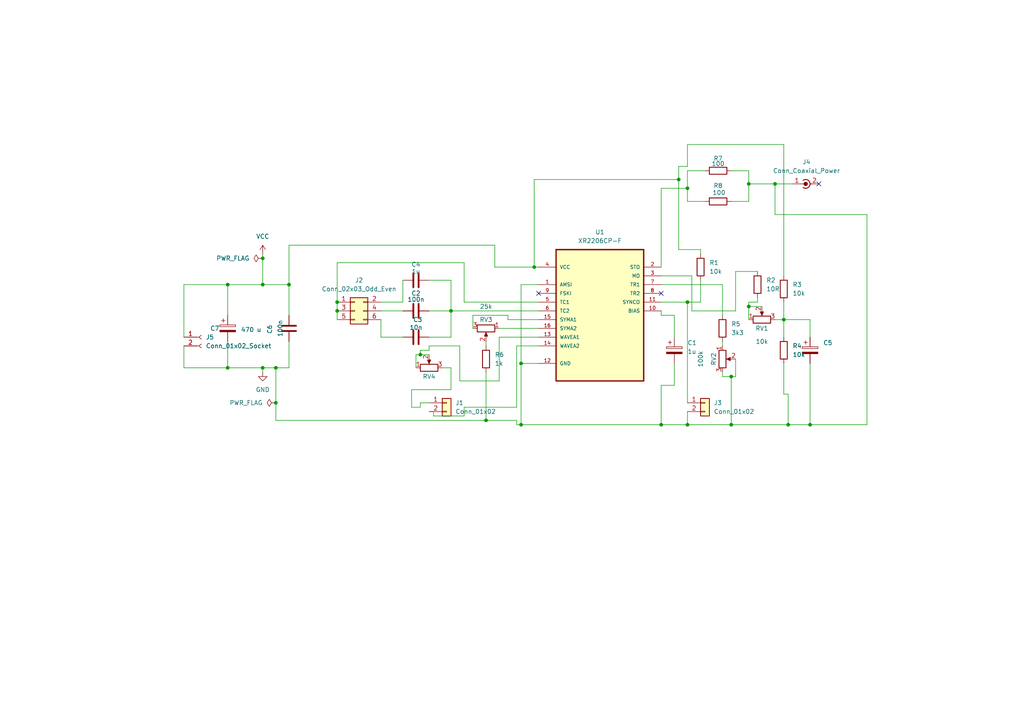
<source format=kicad_sch>
(kicad_sch (version 20231120) (generator "eeschema") (generator_version "8.0")
  (paper "A4")
  (lib_symbols
    (symbol "Connector:Conn_01x02_Socket" (pin_names (offset 1.016) hide)
      (property "Reference" "J" (at 0 2.54 0))
      (property "Value" "Conn_01x02_Socket" (at 0 -5.08 0))
      (symbol "Conn_01x02_Socket_1_1"
        (arc (start 0 -2.032) (mid -0.5058 -2.54) (end 0 -3.048) (stroke (width 0.1524)))
        (polyline (pts (xy -1.27 -2.54) (xy -0.508 -2.54)) (stroke (width 0.1524)))
        (polyline (pts (xy -1.27 0) (xy -0.508 0)) (stroke (width 0.1524)))
        (arc (start 0 0.508) (mid -0.5058 0) (end 0 -0.508) (stroke (width 0.1524)))
        (pin passive line (at -5.08 0 0) (length 3.81) (name "Pin_1") (number "1"))
        (pin passive line (at -5.08 -2.54 0) (length 3.81) (name "Pin_2") (number "2"))
      )
    )
    (symbol "Connector:Conn_Coaxial_Power" (pin_names (offset 1.016) hide)
      (property "Reference" "J" (at -5.08 -1.27 90))
      (property "Value" "Conn_Coaxial_Power" (at -3.175 -1.27 90))
      (symbol "Conn_Coaxial_Power_0_1"
        (arc (start -1.27 -1.27) (mid 0 -2.5345) (end 1.27 -1.27) (stroke (width 0.254)))
        (arc (start -1.016 -0.508) (mid -1.2048 -0.8684) (end -1.27 -1.27) (stroke (width 0.254)))
        (circle (center 0 -1.27) (radius 0.508) (stroke (width 0.2032)) (fill (type outline)))
        (polyline (pts (xy 0 -2.54) (xy 0 -3.048)))
        (polyline (pts (xy 0 0) (xy 0 -1.27)))
        (arc (start 1.27 -1.27) (mid 1.2048 -0.8684) (end 1.016 -0.508) (stroke (width 0.254)))
      )
      (symbol "Conn_Coaxial_Power_1_1"
        (pin passive line (at 0 2.54 270) (length 2.54) (name "In") (number "1"))
        (pin passive line (at 0 -5.08 90) (length 2.54) (name "Ext") (number "2"))
      )
    )
    (symbol "Connector_Generic:Conn_01x02" (pin_names (offset 1.016) hide)
      (property "Reference" "J" (at 0 2.54 0))
      (property "Value" "Conn_01x02" (at 0 -5.08 0))
      (symbol "Conn_01x02_1_1"
        (rectangle (start -1.27 -2.413) (end 0 -2.667) (stroke (width 0.1524)))
        (rectangle (start -1.27 0.127) (end 0 -0.127) (stroke (width 0.1524)))
        (rectangle (start -1.27 1.27) (end 1.27 -3.81) (stroke (width 0.254)) (fill (type background)))
        (pin passive line (at -5.08 0 0) (length 3.81) (name "Pin_1") (number "1"))
        (pin passive line (at -5.08 -2.54 0) (length 3.81) (name "Pin_2") (number "2"))
      )
    )
    (symbol "Connector_Generic:Conn_02x03_Odd_Even" (pin_names (offset 1.016) hide)
      (property "Reference" "J" (at 1.27 5.08 0))
      (property "Value" "Conn_02x03_Odd_Even" (at 1.27 -5.08 0))
      (symbol "Conn_02x03_Odd_Even_1_1"
        (rectangle (start -1.27 -2.413) (end 0 -2.667) (stroke (width 0.1524)))
        (rectangle (start -1.27 0.127) (end 0 -0.127) (stroke (width 0.1524)))
        (rectangle (start -1.27 2.667) (end 0 2.413) (stroke (width 0.1524)))
        (rectangle (start -1.27 3.81) (end 3.81 -3.81) (stroke (width 0.254)) (fill (type background)))
        (rectangle (start 3.81 -2.413) (end 2.54 -2.667) (stroke (width 0.1524)))
        (rectangle (start 3.81 0.127) (end 2.54 -0.127) (stroke (width 0.1524)))
        (rectangle (start 3.81 2.667) (end 2.54 2.413) (stroke (width 0.1524)))
        (pin passive line (at -5.08 2.54 0) (length 3.81) (name "Pin_1") (number "1"))
        (pin passive line (at 7.62 2.54 180) (length 3.81) (name "Pin_2") (number "2"))
        (pin passive line (at -5.08 0 0) (length 3.81) (name "Pin_3") (number "3"))
        (pin passive line (at 7.62 0 180) (length 3.81) (name "Pin_4") (number "4"))
        (pin passive line (at -5.08 -2.54 0) (length 3.81) (name "Pin_5") (number "5"))
        (pin passive line (at 7.62 -2.54 180) (length 3.81) (name "Pin_6") (number "6"))
      )
    )
    (symbol "Device:C" (pin_numbers hide) (pin_names (offset 0.254))
      (property "Reference" "C" (at 0.635 2.54 0))
      (property "Value" "C" (at 0.635 -2.54 0))
      (symbol "C_0_1"
        (polyline (pts (xy -2.032 -0.762) (xy 2.032 -0.762)) (stroke (width 0.508)))
        (polyline (pts (xy -2.032 0.762) (xy 2.032 0.762)) (stroke (width 0.508)))
      )
      (symbol "C_1_1"
        (pin passive line (at 0 3.81 270) (length 2.794) (name "~") (number "1"))
        (pin passive line (at 0 -3.81 90) (length 2.794) (name "~") (number "2"))
      )
    )
    (symbol "Device:C_Polarized" (pin_numbers hide) (pin_names (offset 0.254))
      (property "Reference" "C" (at 0.635 2.54 0))
      (property "Value" "C_Polarized" (at 0.635 -2.54 0))
      (symbol "C_Polarized_0_1"
        (rectangle (start -2.286 0.508) (end 2.286 1.016))
        (polyline (pts (xy -1.778 2.286) (xy -0.762 2.286)))
        (polyline (pts (xy -1.27 2.794) (xy -1.27 1.778)))
        (rectangle (start 2.286 -0.508) (end -2.286 -1.016) (fill (type outline)))
      )
      (symbol "C_Polarized_1_1"
        (pin passive line (at 0 3.81 270) (length 2.794) (name "~") (number "1"))
        (pin passive line (at 0 -3.81 90) (length 2.794) (name "~") (number "2"))
      )
    )
    (symbol "Device:R" (pin_numbers hide) (pin_names (offset 0))
      (property "Reference" "R" (at 2.032 0 90))
      (property "Value" "R" (at 0 0 90))
      (symbol "R_0_1"
        (rectangle (start -1.016 -2.54) (end 1.016 2.54) (stroke (width 0.254)))
      )
      (symbol "R_1_1"
        (pin passive line (at 0 3.81 270) (length 1.27) (name "~") (number "1"))
        (pin passive line (at 0 -3.81 90) (length 1.27) (name "~") (number "2"))
      )
    )
    (symbol "Device:R_Potentiometer" (pin_names (offset 1.016) hide)
      (property "Reference" "RV" (at -4.445 0 90))
      (property "Value" "R_Potentiometer" (at -2.54 0 90))
      (symbol "R_Potentiometer_0_1"
        (polyline (pts (xy 2.54 0) (xy 1.524 0)))
        (polyline (pts (xy 1.143 0) (xy 2.286 0.508) (xy 2.286 -0.508) (xy 1.143 0)) (fill (type outline)))
        (rectangle (start 1.016 2.54) (end -1.016 -2.54) (stroke (width 0.254)))
      )
      (symbol "R_Potentiometer_1_1"
        (pin passive line (at 0 3.81 270) (length 1.27) (name "1") (number "1"))
        (pin passive line (at 3.81 0 180) (length 1.27) (name "2") (number "2"))
        (pin passive line (at 0 -3.81 90) (length 1.27) (name "3") (number "3"))
      )
    )
    (symbol "XR2206CP-F:XR2206CP-F" (pin_names (offset 1.016))
      (property "Reference" "U" (at -5.468 18.0825 0))
      (property "Value" "XR2206CP-F" (at -5.1903 -27.2744 0))
      (symbol "XR2206CP-F_0_0"
        (rectangle (start -12.7 -22.86) (end 12.7 15.24) (stroke (width 0.4064)) (fill (type background)))
        (pin input line (at -17.78 5.08 0) (length 5.08) (name "AMSI") (number "1"))
        (pin output line (at 17.78 -2.54 180) (length 5.08) (name "BIAS") (number "10"))
        (pin output line (at 17.78 0 180) (length 5.08) (name "SYNCO") (number "11"))
        (pin passive line (at -17.78 -17.78 0) (length 5.08) (name "GND") (number "12"))
        (pin input line (at -17.78 -10.16 0) (length 5.08) (name "WAVEA1") (number "13"))
        (pin input line (at -17.78 -12.7 0) (length 5.08) (name "WAVEA2") (number "14"))
        (pin input line (at -17.78 -5.08 0) (length 5.08) (name "SYMA1") (number "15"))
        (pin input line (at -17.78 -7.62 0) (length 5.08) (name "SYMA2") (number "16"))
        (pin output line (at 17.78 10.16 180) (length 5.08) (name "STO") (number "2"))
        (pin output line (at 17.78 7.62 180) (length 5.08) (name "MO") (number "3"))
        (pin power_in line (at -17.78 10.16 0) (length 5.08) (name "VCC") (number "4"))
        (pin input line (at -17.78 0 0) (length 5.08) (name "TC1") (number "5"))
        (pin input line (at -17.78 -2.54 0) (length 5.08) (name "TC2") (number "6"))
        (pin output line (at 17.78 5.08 180) (length 5.08) (name "TR1") (number "7"))
        (pin output line (at 17.78 2.54 180) (length 5.08) (name "TR2") (number "8"))
        (pin input line (at -17.78 2.54 0) (length 5.08) (name "FSKI") (number "9"))
      )
    )
    (symbol "power:GND" (power) (pin_numbers hide) (pin_names (offset 0) hide)
      (property "Value" "GND" (at 0 -3.81 0))
      (symbol "GND_0_1"
        (polyline (pts (xy 0 0) (xy 0 -1.27) (xy 1.27 -1.27) (xy 0 -2.54) (xy -1.27 -1.27) (xy 0 -1.27)))
      )
      (symbol "GND_1_1"
        (pin power_in line (at 0 0 270) (length 0) (name "~") (number "1"))
      )
    )
    (symbol "power:PWR_FLAG" (power) (pin_numbers hide) (pin_names (offset 0) hide)
      (property "Value" "PWR_FLAG" (at 0 3.81 0))
      (symbol "PWR_FLAG_0_0"
        (pin power_out line (at 0 0 90) (length 0) (name "~") (number "1"))
      )
      (symbol "PWR_FLAG_0_1"
        (polyline (pts (xy 0 0) (xy 0 1.27) (xy -1.016 1.905) (xy 0 2.54) (xy 1.016 1.905) (xy 0 1.27)))
      )
    )
    (symbol "power:VCC" (power) (pin_numbers hide) (pin_names (offset 0) hide)
      (property "Value" "VCC" (at 0 3.556 0))
      (symbol "VCC_0_1"
        (polyline (pts (xy -0.762 1.27) (xy 0 2.54)))
        (polyline (pts (xy 0 0) (xy 0 2.54)))
        (polyline (pts (xy 0 2.54) (xy 0.762 1.27)))
      )
      (symbol "VCC_1_1"
        (pin power_in line (at 0 0 90) (length 0) (name "~") (number "1"))
      )
    )
  )
  (junction (at 151.13 105.41))
  (junction (at 130.81 90.17))
  (junction (at 224.79 53.34))
  (junction (at 191.77 123.19))
  (junction (at 76.2 106.68))
  (junction (at 217.17 88.9))
  (junction (at 140.97 121.92))
  (junction (at 196.85 52.07))
  (junction (at 212.09 109.22))
  (junction (at 227.33 92.71))
  (junction (at 199.39 87.63))
  (junction (at 121.92 102.87))
  (junction (at 212.09 123.19))
  (junction (at 234.95 123.19))
  (junction (at 76.2 74.93))
  (junction (at 199.39 54.61))
  (junction (at 154.94 77.47))
  (junction (at 151.13 123.19))
  (junction (at 80.01 116.84))
  (junction (at 83.82 82.55))
  (junction (at 199.39 123.19))
  (junction (at 76.2 82.55))
  (junction (at 80.01 106.68))
  (junction (at 66.04 106.68))
  (junction (at 228.6 123.19))
  (junction (at 66.04 82.55))
  (junction (at 97.79 87.63))
  (junction (at 217.17 53.34))
  (junction (at 97.79 90.17))
  (no_connect (at 237.49 53.34))
  (no_connect (at 156.21 85.09))
  (no_connect (at 191.77 85.09))
  (wire (pts (xy 191.77 111.76) (xy 195.58 111.76)))
  (wire (pts (xy 228.6 114.3) (xy 227.33 114.3)))
  (wire (pts (xy 224.79 53.34) (xy 224.79 62.23)))
  (wire (pts (xy 234.95 123.19) (xy 251.46 123.19)))
  (wire (pts (xy 121.92 101.6) (xy 121.92 102.87)))
  (wire (pts (xy 156.21 97.79) (xy 144.78 97.79)))
  (wire (pts (xy 251.46 62.23) (xy 251.46 123.19)))
  (wire (pts (xy 217.17 53.34) (xy 224.79 53.34)))
  (wire (pts (xy 137.16 95.25) (xy 137.16 91.44)))
  (wire (pts (xy 130.81 106.68) (xy 130.81 113.03)))
  (wire (pts (xy 199.39 119.38) (xy 199.39 123.19)))
  (wire (pts (xy 124.46 101.6) (xy 121.92 101.6)))
  (wire (pts (xy 224.79 53.34) (xy 229.87 53.34)))
  (wire (pts (xy 151.13 105.41) (xy 156.21 105.41)))
  (wire (pts (xy 116.84 87.63) (xy 116.84 81.28)))
  (wire (pts (xy 212.09 109.22) (xy 212.09 123.19)))
  (wire (pts (xy 133.35 110.49) (xy 133.35 100.33)))
  (wire (pts (xy 199.39 87.63) (xy 203.2 87.63)))
  (wire (pts (xy 195.58 111.76) (xy 195.58 105.41)))
  (wire (pts (xy 191.77 54.61) (xy 199.39 54.61)))
  (wire (pts (xy 149.86 100.33) (xy 156.21 100.33)))
  (wire (pts (xy 217.17 87.63) (xy 219.71 87.63)))
  (wire (pts (xy 154.94 52.07) (xy 196.85 52.07)))
  (wire (pts (xy 130.81 90.17) (xy 130.81 97.79)))
  (wire (pts (xy 83.82 82.55) (xy 83.82 91.44)))
  (wire (pts (xy 121.92 102.87) (xy 124.46 102.87)))
  (wire (pts (xy 116.84 97.79) (xy 110.49 97.79)))
  (wire (pts (xy 191.77 111.76) (xy 191.77 123.19)))
  (wire (pts (xy 219.71 86.36) (xy 219.71 87.63)))
  (wire (pts (xy 110.49 87.63) (xy 116.84 87.63)))
  (wire (pts (xy 217.17 58.42) (xy 217.17 53.34)))
  (wire (pts (xy 125.73 120.65) (xy 134.62 120.65)))
  (wire (pts (xy 80.01 116.84) (xy 80.01 106.68)))
  (wire (pts (xy 140.97 99.06) (xy 140.97 100.33)))
  (wire (pts (xy 83.82 106.68) (xy 80.01 106.68)))
  (wire (pts (xy 196.85 72.39) (xy 203.2 72.39)))
  (wire (pts (xy 234.95 105.41) (xy 234.95 123.19)))
  (wire (pts (xy 228.6 123.19) (xy 234.95 123.19)))
  (wire (pts (xy 121.92 118.11) (xy 121.92 116.84)))
  (wire (pts (xy 212.09 49.53) (xy 217.17 49.53)))
  (wire (pts (xy 97.79 90.17) (xy 97.79 92.71)))
  (wire (pts (xy 212.09 109.22) (xy 209.55 109.22)))
  (wire (pts (xy 134.62 118.11) (xy 149.86 118.11)))
  (wire (pts (xy 143.51 71.12) (xy 83.82 71.12)))
  (wire (pts (xy 66.04 99.06) (xy 66.04 106.68)))
  (wire (pts (xy 83.82 99.06) (xy 83.82 106.68)))
  (wire (pts (xy 227.33 41.91) (xy 227.33 80.01)))
  (wire (pts (xy 212.09 58.42) (xy 217.17 58.42)))
  (wire (pts (xy 209.55 107.95) (xy 209.55 109.22)))
  (wire (pts (xy 144.78 95.25) (xy 156.21 95.25)))
  (wire (pts (xy 119.38 118.11) (xy 121.92 118.11)))
  (wire (pts (xy 124.46 81.28) (xy 130.81 81.28)))
  (wire (pts (xy 121.92 116.84) (xy 124.46 116.84)))
  (wire (pts (xy 124.46 100.33) (xy 124.46 101.6)))
  (wire (pts (xy 130.81 113.03) (xy 119.38 113.03)))
  (wire (pts (xy 191.77 80.01) (xy 200.66 80.01)))
  (wire (pts (xy 83.82 71.12) (xy 83.82 82.55)))
  (wire (pts (xy 66.04 106.68) (xy 76.2 106.68)))
  (wire (pts (xy 196.85 52.07) (xy 196.85 72.39)))
  (wire (pts (xy 199.39 49.53) (xy 204.47 49.53)))
  (wire (pts (xy 119.38 113.03) (xy 119.38 118.11)))
  (wire (pts (xy 191.77 123.19) (xy 199.39 123.19)))
  (wire (pts (xy 120.65 102.87) (xy 120.65 106.68)))
  (wire (pts (xy 227.33 41.91) (xy 199.39 41.91)))
  (wire (pts (xy 154.94 52.07) (xy 154.94 77.47)))
  (wire (pts (xy 110.49 97.79) (xy 110.49 92.71)))
  (wire (pts (xy 199.39 48.26) (xy 196.85 48.26)))
  (wire (pts (xy 213.36 109.22) (xy 212.09 109.22)))
  (wire (pts (xy 130.81 81.28) (xy 130.81 90.17)))
  (wire (pts (xy 213.36 78.74) (xy 213.36 90.17)))
  (wire (pts (xy 134.62 76.2) (xy 97.79 76.2)))
  (wire (pts (xy 76.2 74.93) (xy 76.2 82.55)))
  (wire (pts (xy 149.86 118.11) (xy 149.86 100.33)))
  (wire (pts (xy 191.77 91.44) (xy 195.58 91.44)))
  (wire (pts (xy 128.27 106.68) (xy 130.81 106.68)))
  (wire (pts (xy 140.97 107.95) (xy 140.97 121.92)))
  (wire (pts (xy 76.2 73.66) (xy 76.2 74.93)))
  (wire (pts (xy 199.39 41.91) (xy 199.39 48.26)))
  (wire (pts (xy 143.51 77.47) (xy 143.51 71.12)))
  (wire (pts (xy 191.77 91.44) (xy 191.77 90.17)))
  (wire (pts (xy 80.01 121.92) (xy 80.01 116.84)))
  (wire (pts (xy 149.86 123.19) (xy 151.13 123.19)))
  (wire (pts (xy 53.34 82.55) (xy 66.04 82.55)))
  (wire (pts (xy 144.78 110.49) (xy 133.35 110.49)))
  (wire (pts (xy 66.04 82.55) (xy 76.2 82.55)))
  (wire (pts (xy 195.58 91.44) (xy 195.58 97.79)))
  (wire (pts (xy 140.97 121.92) (xy 80.01 121.92)))
  (wire (pts (xy 154.94 77.47) (xy 143.51 77.47)))
  (wire (pts (xy 134.62 87.63) (xy 134.62 76.2)))
  (wire (pts (xy 209.55 82.55) (xy 209.55 91.44)))
  (wire (pts (xy 124.46 97.79) (xy 130.81 97.79)))
  (wire (pts (xy 213.36 104.14) (xy 213.36 109.22)))
  (wire (pts (xy 134.62 120.65) (xy 134.62 118.11)))
  (wire (pts (xy 227.33 114.3) (xy 227.33 105.41)))
  (wire (pts (xy 224.79 62.23) (xy 251.46 62.23)))
  (wire (pts (xy 156.21 77.47) (xy 154.94 77.47)))
  (wire (pts (xy 227.33 87.63) (xy 227.33 92.71)))
  (wire (pts (xy 199.39 87.63) (xy 199.39 116.84)))
  (wire (pts (xy 156.21 87.63) (xy 134.62 87.63)))
  (wire (pts (xy 120.65 102.87) (xy 121.92 102.87)))
  (wire (pts (xy 124.46 119.38) (xy 125.73 119.38)))
  (wire (pts (xy 83.82 82.55) (xy 76.2 82.55)))
  (wire (pts (xy 217.17 88.9) (xy 217.17 92.71)))
  (wire (pts (xy 156.21 82.55) (xy 151.13 82.55)))
  (wire (pts (xy 76.2 106.68) (xy 76.2 107.95)))
  (wire (pts (xy 147.32 91.44) (xy 147.32 92.71)))
  (wire (pts (xy 219.71 78.74) (xy 213.36 78.74)))
  (wire (pts (xy 110.49 90.17) (xy 116.84 90.17)))
  (wire (pts (xy 144.78 97.79) (xy 144.78 110.49)))
  (wire (pts (xy 196.85 48.26) (xy 196.85 52.07)))
  (wire (pts (xy 140.97 121.92) (xy 149.86 121.92)))
  (wire (pts (xy 191.77 82.55) (xy 209.55 82.55)))
  (wire (pts (xy 191.77 77.47) (xy 191.77 54.61)))
  (wire (pts (xy 209.55 99.06) (xy 209.55 100.33)))
  (wire (pts (xy 227.33 92.71) (xy 234.95 92.71)))
  (wire (pts (xy 53.34 100.33) (xy 53.34 106.68)))
  (wire (pts (xy 199.39 54.61) (xy 199.39 49.53)))
  (wire (pts (xy 80.01 106.68) (xy 76.2 106.68)))
  (wire (pts (xy 149.86 121.92) (xy 149.86 123.19)))
  (wire (pts (xy 53.34 82.55) (xy 53.34 97.79)))
  (wire (pts (xy 130.81 90.17) (xy 156.21 90.17)))
  (wire (pts (xy 151.13 123.19) (xy 191.77 123.19)))
  (wire (pts (xy 97.79 87.63) (xy 97.79 90.17)))
  (wire (pts (xy 228.6 114.3) (xy 228.6 123.19)))
  (wire (pts (xy 151.13 82.55) (xy 151.13 105.41)))
  (wire (pts (xy 125.73 119.38) (xy 125.73 120.65)))
  (wire (pts (xy 227.33 92.71) (xy 227.33 97.79)))
  (wire (pts (xy 217.17 88.9) (xy 220.98 88.9)))
  (wire (pts (xy 53.34 106.68) (xy 66.04 106.68)))
  (wire (pts (xy 212.09 123.19) (xy 228.6 123.19)))
  (wire (pts (xy 151.13 105.41) (xy 151.13 123.19)))
  (wire (pts (xy 133.35 100.33) (xy 124.46 100.33)))
  (wire (pts (xy 97.79 76.2) (xy 97.79 87.63)))
  (wire (pts (xy 204.47 58.42) (xy 199.39 58.42)))
  (wire (pts (xy 66.04 82.55) (xy 66.04 91.44)))
  (wire (pts (xy 234.95 97.79) (xy 234.95 92.71)))
  (wire (pts (xy 137.16 91.44) (xy 147.32 91.44)))
  (wire (pts (xy 224.79 92.71) (xy 227.33 92.71)))
  (wire (pts (xy 147.32 92.71) (xy 156.21 92.71)))
  (wire (pts (xy 217.17 53.34) (xy 217.17 49.53)))
  (wire (pts (xy 217.17 88.9) (xy 217.17 87.63)))
  (wire (pts (xy 199.39 54.61) (xy 199.39 58.42)))
  (wire (pts (xy 200.66 80.01) (xy 200.66 90.17)))
  (wire (pts (xy 124.46 90.17) (xy 130.81 90.17)))
  (wire (pts (xy 200.66 90.17) (xy 213.36 90.17)))
  (wire (pts (xy 191.77 87.63) (xy 199.39 87.63)))
  (wire (pts (xy 203.2 72.39) (xy 203.2 73.66)))
  (wire (pts (xy 203.2 81.28) (xy 203.2 87.63)))
  (wire (pts (xy 199.39 123.19) (xy 212.09 123.19)))
  (symbol (lib_id "Device:R") (at 208.28 49.53 90) (unit 1)
    (property "Reference" "R7" (at 208.28 45.974 90))
    (property "Value" "100" (at 208.28 47.498 90))
    (property "Footprint" "Resistor_THT:R_Axial_DIN0207_L6.3mm_D2.5mm_P10.16mm_Horizontal" (effects (hide yes)))
    (property "Description" "Resistor" (effects (hide yes)))
  )
  (symbol (lib_id "power:GND") (at 76.2 107.95 0) (unit 1)
    (property "Reference" "#PWR012" (effects (hide yes)))
    (property "Value" "GND" (at 76.2 113.03 0))
    (property "Description" "Power symbol creates a global label with name \"GND\" , ground" (effects (hide yes)))
  )
  (symbol (lib_id "Device:C") (at 83.82 95.25 180) (unit 1)
    (property "Reference" "C6" (at 78.232 95.504 90))
    (property "Value" "100n" (at 81.28 95.25 90))
    (property "Footprint" "Capacitor_THT:C_Disc_D7.0mm_W2.5mm_P5.00mm" (effects (hide yes)))
    (property "Description" "Unpolarized capacitor" (effects (hide yes)))
  )
  (symbol (lib_id "Device:C") (at 120.65 81.28 90) (unit 1)
    (property "Reference" "C4" (at 120.65 76.708 90))
    (property "Value" "1u" (at 120.65 78.74 90))
    (property "Footprint" "Capacitor_THT:C_Disc_D7.0mm_W2.5mm_P5.00mm" (effects (hide yes)))
    (property "Description" "Unpolarized capacitor" (effects (hide yes)))
  )
  (symbol (lib_id "power:PWR_FLAG") (at 76.2 74.93 90) (unit 1)
    (property "Reference" "#FLG01" (effects (hide yes)))
    (property "Value" "PWR_FLAG" (at 72.39 74.9299 90) (effects (justify left)))
    (property "Description" "Special symbol for telling ERC where power comes from" (effects (hide yes)))
  )
  (symbol (lib_id "Connector_Generic:Conn_01x02") (at 129.54 116.84 0) (unit 1)
    (property "Reference" "J1" (at 132.08 116.8399 0) (effects (justify left)))
    (property "Value" "Conn_01x02" (at 132.08 119.3799 0) (effects (justify left)))
    (property "Footprint" "Connector_PinHeader_2.54mm:PinHeader_1x02_P2.54mm_Vertical" (effects (hide yes)))
    (property "Description" "Generic connector, single row, 01x02, script generated (kicad-library-utils/schlib/autogen/connector/)" (effects (hide yes)))
  )
  (symbol (lib_id "Device:C") (at 120.65 97.79 90) (unit 1)
    (property "Reference" "C3" (at 121.158 92.71 90))
    (property "Value" "10n" (at 120.65 94.996 90))
    (property "Footprint" "Capacitor_THT:C_Disc_D7.0mm_W2.5mm_P5.00mm" (effects (hide yes)))
    (property "Description" "Unpolarized capacitor" (effects (hide yes)))
  )
  (symbol (lib_id "Device:R") (at 208.28 58.42 90) (unit 1)
    (property "Reference" "R8" (at 208.28 53.848 90))
    (property "Value" "100" (at 208.534 55.88 90))
    (property "Footprint" "Resistor_THT:R_Axial_DIN0207_L6.3mm_D2.5mm_P10.16mm_Horizontal" (effects (hide yes)))
    (property "Description" "Resistor" (effects (hide yes)))
  )
  (symbol (lib_id "Device:R") (at 209.55 95.25 0) (unit 1)
    (property "Reference" "R5" (at 212.09 93.9799 0) (effects (justify left)))
    (property "Value" "3k3" (at 212.09 96.5199 0) (effects (justify left)))
    (property "Footprint" "Resistor_THT:R_Axial_DIN0207_L6.3mm_D2.5mm_P10.16mm_Horizontal" (effects (hide yes)))
    (property "Description" "Resistor" (effects (hide yes)))
  )
  (symbol (lib_id "Connector_Generic:Conn_01x02") (at 204.47 116.84 0) (unit 1)
    (property "Reference" "J3" (at 207.01 116.8399 0) (effects (justify left)))
    (property "Value" "Conn_01x02" (at 207.01 119.3799 0) (effects (justify left)))
    (property "Footprint" "Connector_PinHeader_2.54mm:PinHeader_1x02_P2.54mm_Vertical" (effects (hide yes)))
    (property "Description" "Generic connector, single row, 01x02, script generated (kicad-library-utils/schlib/autogen/connector/)" (effects (hide yes)))
  )
  (symbol (lib_id "Device:R") (at 227.33 83.82 0) (unit 1)
    (property "Reference" "R3" (at 229.87 82.5499 0) (effects (justify left)))
    (property "Value" "10k" (at 229.87 85.0899 0) (effects (justify left)))
    (property "Footprint" "Resistor_THT:R_Axial_DIN0207_L6.3mm_D2.5mm_P10.16mm_Horizontal" (effects (hide yes)))
    (property "Description" "Resistor" (effects (hide yes)))
  )
  (symbol (lib_id "Device:R_Potentiometer") (at 209.55 104.14 0) (unit 1)
    (property "Reference" "RV2" (at 207.01 104.14 90))
    (property "Value" "100k" (at 203.2 104.14 90))
    (property "Footprint" "Potentiometer_THT:Potentiometer_Alps_RK09K_Single_Horizontal" (effects (hide yes)))
    (property "Description" "Potentiometer" (effects (hide yes)))
  )
  (symbol (lib_id "Device:R_Potentiometer") (at 140.97 95.25 270) (unit 1)
    (property "Reference" "RV3" (at 140.97 92.71 90))
    (property "Value" "25k" (at 140.97 88.9 90))
    (property "Footprint" "Potentiometer_THT:Potentiometer_Bourns_3266Y_Vertical" (effects (hide yes)))
    (property "Description" "Potentiometer" (effects (hide yes)))
  )
  (symbol (lib_id "Device:C_Polarized") (at 195.58 101.6 0) (unit 1)
    (property "Reference" "C1" (at 199.39 99.4409 0) (effects (justify left)))
    (property "Value" "1u" (at 199.39 101.9809 0) (effects (justify left)))
    (property "Footprint" "Capacitor_THT:CP_Radial_D4.0mm_P2.00mm" (effects (hide yes)))
    (property "Description" "Polarized capacitor" (effects (hide yes)))
  )
  (symbol (lib_id "Device:R") (at 140.97 104.14 0) (unit 1)
    (property "Reference" "R6" (at 143.51 102.8699 0) (effects (justify left)))
    (property "Value" "1k" (at 143.51 105.4099 0) (effects (justify left)))
    (property "Footprint" "Resistor_THT:R_Axial_DIN0207_L6.3mm_D2.5mm_P10.16mm_Horizontal" (effects (hide yes)))
    (property "Description" "Resistor" (effects (hide yes)))
  )
  (symbol (lib_id "Connector_Generic:Conn_02x03_Odd_Even") (at 102.87 90.17 0) (unit 1)
    (property "Reference" "J2" (at 104.14 81.28 0))
    (property "Value" "Conn_02x03_Odd_Even" (at 104.14 83.82 0))
    (property "Footprint" "Connector_PinHeader_2.54mm:PinHeader_2x03_P2.54mm_Vertical" (effects (hide yes)))
    (property "Description" "Generic connector, double row, 02x03, odd/even pin numbering scheme (row 1 odd numbers, row 2 even numbers), script generated (kicad-library-utils/schlib/autogen/connector/)" (effects (hide yes)))
  )
  (symbol (lib_id "XR2206CP-F:XR2206CP-F") (at 173.99 87.63 0) (unit 1)
    (property "Reference" "U1" (at 173.99 67.31 0))
    (property "Value" "XR2206CP-F" (at 173.99 69.85 0))
    (property "Footprint" "kicadplantillas:DIP254P762X533-16" (effects (hide yes)))
    (property "MF" "MaxLinear, Inc." (effects (hide yes)))
    (property "Description_1" "\nFunction Generator IC 1MHz 1 16-DIP (0.300, 7.62mm)\n" (effects (hide yes)))
    (property "PACKAGE" "PDIP-16" (effects (hide yes)))
    (property "MPN" "XR2206CP-F" (effects (hide yes)))
    (property "Price" "None" (effects (hide yes)))
    (property "Package" "PDIP-16 Exar" (effects (hide yes)))
    (property "OC_FARNELL" "1798670" (effects (hide yes)))
    (property "SnapEDA_Link" "https://www.snapeda.com/parts/XR2206CP-F/MaxLinear%252C+Inc./view-part/?ref=snap" (effects (hide yes)))
    (property "MP" "XR2206CP-F" (effects (hide yes)))
    (property "SUPPLIER" "EXAR" (effects (hide yes)))
    (property "OC_NEWARK" "24R2365" (effects (hide yes)))
    (property "Availability" "In Stock" (effects (hide yes)))
    (property "Check_prices" "https://www.snapeda.com/parts/XR2206CP-F/MaxLinear%252C+Inc./view-part/?ref=eda" (effects (hide yes)))
  )
  (symbol (lib_id "Device:R") (at 227.33 101.6 0) (unit 1)
    (property "Reference" "R4" (at 229.87 100.3299 0) (effects (justify left)))
    (property "Value" "10k" (at 229.87 102.8699 0) (effects (justify left)))
    (property "Footprint" "Resistor_THT:R_Axial_DIN0207_L6.3mm_D2.5mm_P10.16mm_Horizontal" (effects (hide yes)))
    (property "Description" "Resistor" (effects (hide yes)))
  )
  (symbol (lib_id "Device:C_Polarized") (at 234.95 101.6 0) (unit 1)
    (property "Reference" "C5" (at 238.76 99.4409 0) (effects (justify left)))
    (property "Value" "10u" (effects (hide yes)))
    (property "Footprint" "Capacitor_THT:CP_Radial_D4.0mm_P2.00mm" (effects (hide yes)))
    (property "Description" "Polarized capacitor" (effects (hide yes)))
  )
  (symbol (lib_id "Device:C_Polarized") (at 66.04 95.25 0) (unit 1)
    (property "Reference" "C7" (at 60.96 95.25 0) (effects (justify left)))
    (property "Value" "470 u" (at 69.85 95.6309 0) (effects (justify left)))
    (property "Footprint" "Capacitor_THT:CP_Radial_D10.0mm_P7.50mm" (effects (hide yes)))
    (property "Description" "Polarized capacitor" (effects (hide yes)))
  )
  (symbol (lib_id "Device:R_Potentiometer") (at 124.46 106.68 90) (unit 1)
    (property "Reference" "RV4" (at 124.46 109.22 90))
    (property "Value" "500R" (effects (hide yes)))
    (property "Footprint" "Potentiometer_THT:Potentiometer_Bourns_3266Y_Vertical" (effects (hide yes)))
    (property "Description" "Potentiometer" (effects (hide yes)))
  )
  (symbol (lib_id "Device:R") (at 203.2 77.47 0) (unit 1)
    (property "Reference" "R1" (at 205.74 76.1999 0) (effects (justify left)))
    (property "Value" "10k" (at 205.74 78.7399 0) (effects (justify left)))
    (property "Footprint" "Resistor_THT:R_Axial_DIN0207_L6.3mm_D2.5mm_P10.16mm_Horizontal" (effects (hide yes)))
    (property "Description" "Resistor" (effects (hide yes)))
  )
  (symbol (lib_id "Device:C") (at 120.65 90.17 90) (unit 1)
    (property "Reference" "C2" (at 120.65 85.09 90))
    (property "Value" "100n" (at 120.65 86.868 90))
    (property "Footprint" "Capacitor_THT:C_Disc_D7.0mm_W2.5mm_P5.00mm" (effects (hide yes)))
    (property "Description" "Unpolarized capacitor" (effects (hide yes)))
  )
  (symbol (lib_id "Connector:Conn_01x02_Socket") (at 58.42 97.79 0) (unit 1)
    (property "Reference" "J5" (at 59.69 97.7899 0) (effects (justify left)))
    (property "Value" "Conn_01x02_Socket" (at 59.69 100.3299 0) (effects (justify left)))
    (property "Footprint" "Connector_PinSocket_2.54mm:PinSocket_1x02_P2.54mm_Vertical" (effects (hide yes)))
    (property "Description" "Generic connector, single row, 01x02, script generated" (effects (hide yes)))
  )
  (symbol (lib_id "power:VCC") (at 76.2 73.66 0) (unit 1)
    (property "Reference" "#PWR013" (effects (hide yes)))
    (property "Value" "VCC" (at 76.2 68.58 0))
    (property "Description" "Power symbol creates a global label with name \"VCC\"" (effects (hide yes)))
  )
  (symbol (lib_id "Device:R_Potentiometer") (at 220.98 92.71 90) (unit 1)
    (property "Reference" "RV1" (at 220.98 95.25 90))
    (property "Value" "10k" (at 220.98 99.06 90))
    (property "Footprint" "Potentiometer_THT:Potentiometer_Alps_RK09K_Single_Horizontal" (effects (hide yes)))
    (property "Description" "Potentiometer" (effects (hide yes)))
  )
  (symbol (lib_id "Connector:Conn_Coaxial_Power") (at 232.41 53.34 90) (unit 1)
    (property "Reference" "J4" (at 233.934 46.99 90))
    (property "Value" "Conn_Coaxial_Power" (at 233.934 49.53 90))
    (property "Footprint" "Connector_Coaxial:BNC_Amphenol_B6252HB-NPP3G-50_Horizontal" (effects (hide yes)))
    (property "Description" "coaxial connector (BNC, SMA, SMB, SMC, Cinch/RCA, LEMO, ...)" (effects (hide yes)))
  )
  (symbol (lib_id "Device:R") (at 219.71 82.55 0) (unit 1)
    (property "Reference" "R2" (at 222.25 81.2799 0) (effects (justify left)))
    (property "Value" "10R" (at 222.25 83.8199 0) (effects (justify left)))
    (property "Footprint" "Resistor_THT:R_Axial_DIN0207_L6.3mm_D2.5mm_P10.16mm_Horizontal" (effects (hide yes)))
    (property "Description" "Resistor" (effects (hide yes)))
  )
  (symbol (lib_id "power:PWR_FLAG") (at 80.01 116.84 90) (unit 1)
    (property "Reference" "#FLG02" (effects (hide yes)))
    (property "Value" "PWR_FLAG" (at 76.2 116.8399 90) (effects (justify left)))
    (property "Description" "Special symbol for telling ERC where power comes from" (effects (hide yes)))
  )
)
</source>
